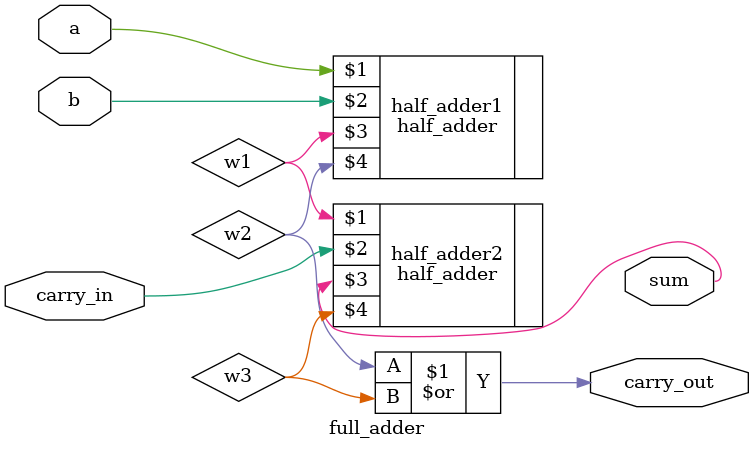
<source format=v>
`include "../../src/adder/half_adder.v"

module full_adder(a, b, carry_in, sum, carry_out);
    input a, b, carry_in;
    output sum, carry_out;

    wire w1, w2, w3;

    half_adder half_adder1(a, b, w1, w2);
    half_adder half_adder2(w1, carry_in, sum, w3);
    or or1(carry_out, w2, w3);
endmodule
</source>
